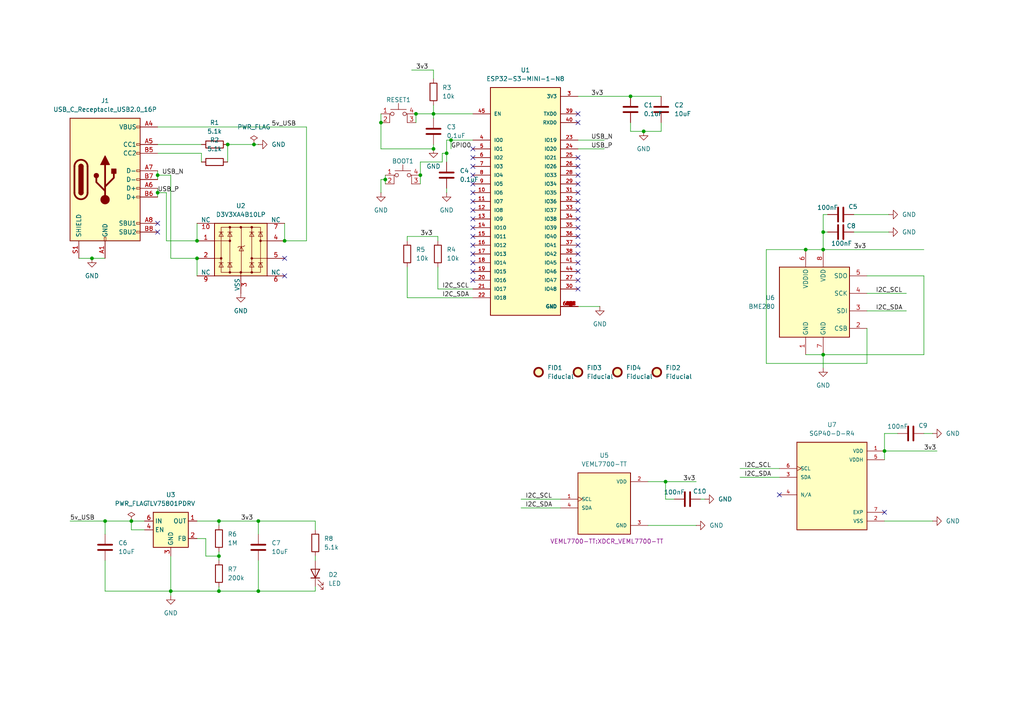
<source format=kicad_sch>
(kicad_sch (version 20250114) (generator "eeschema") (generator_version "9.0")
  (paper "A4")
  (lib_symbols
    (symbol "Connector:USB_C_Receptacle_USB2.0_16P" (pin_names (offset 1.016))
      (property "Reference" "J" (at 0 22.225 0))
      (property "Value" "USB_C_Receptacle_USB2.0_16P" (at 0 19.685 0))
      (symbol "USB_C_Receptacle_USB2.0_16P_0_0"
        (rectangle (start -0.254 -17.78) (end 0.254 -16.764))
        (rectangle (start 10.16 15.494) (end 9.144 14.986))
        (rectangle (start 10.16 10.414) (end 9.144 9.906))
        (rectangle (start 10.16 7.874) (end 9.144 7.366))
        (rectangle (start 10.16 2.794) (end 9.144 2.286))
        (rectangle (start 10.16 0.254) (end 9.144 -0.254))
        (rectangle (start 10.16 -2.286) (end 9.144 -2.794))
        (rectangle (start 10.16 -4.826) (end 9.144 -5.334))
        (rectangle (start 10.16 -12.446) (end 9.144 -12.954))
        (rectangle (start 10.16 -14.986) (end 9.144 -15.494))
      )
      (symbol "USB_C_Receptacle_USB2.0_16P_0_1"
        (rectangle (start -10.16 17.78) (end 10.16 -17.78) (stroke (width 0.254)) (fill (type background)))
        (polyline (pts (xy -8.89 -3.81) (xy -8.89 3.81)) (stroke (width 0.508)))
        (rectangle (start -7.62 -3.81) (end -6.35 3.81) (stroke (width 0.254)) (fill (type outline)))
        (arc (start -7.62 3.81) (mid -6.985 4.4423) (end -6.35 3.81) (stroke (width 0.254)))
        (arc (start -7.62 3.81) (mid -6.985 4.4423) (end -6.35 3.81) (stroke (width 0.254)) (fill (type outline)))
        (arc (start -8.89 3.81) (mid -6.985 5.7067) (end -5.08 3.81) (stroke (width 0.508)))
        (arc (start -5.08 -3.81) (mid -6.985 -5.7067) (end -8.89 -3.81) (stroke (width 0.508)))
        (arc (start -6.35 -3.81) (mid -6.985 -4.4423) (end -7.62 -3.81) (stroke (width 0.254)))
        (arc (start -6.35 -3.81) (mid -6.985 -4.4423) (end -7.62 -3.81) (stroke (width 0.254)) (fill (type outline)))
        (polyline (pts (xy -5.08 3.81) (xy -5.08 -3.81)) (stroke (width 0.508)))
        (circle (center -2.54 1.143) (radius 0.635) (stroke (width 0.254)) (fill (type outline)))
        (polyline (pts (xy -1.27 4.318) (xy 0 6.858) (xy 1.27 4.318) (xy -1.27 4.318)) (stroke (width 0.254)) (fill (type outline)))
        (polyline (pts (xy 0 -2.032) (xy 2.54 0.508) (xy 2.54 1.778)) (stroke (width 0.508)))
        (polyline (pts (xy 0 -3.302) (xy -2.54 -0.762) (xy -2.54 0.508)) (stroke (width 0.508)))
        (polyline (pts (xy 0 -5.842) (xy 0 4.318)) (stroke (width 0.508)))
        (circle (center 0 -5.842) (radius 1.27) (fill (type outline)))
        (rectangle (start 1.905 1.778) (end 3.175 3.048) (stroke (width 0.254)) (fill (type outline)))
      )
      (symbol "USB_C_Receptacle_USB2.0_16P_1_1"
        (pin passive line (at -7.62 -22.86 90) (length 5.08) (name "SHIELD") (number "S1"))
        (pin passive line (at 0 -22.86 90) (length 5.08) (name "GND") (number "A1"))
        (pin passive line (at 0 -22.86 90) (length 5.08) (hide yes) (name "GND") (number "A12"))
        (pin passive line (at 0 -22.86 90) (length 5.08) (hide yes) (name "GND") (number "B1"))
        (pin passive line (at 0 -22.86 90) (length 5.08) (hide yes) (name "GND") (number "B12"))
        (pin passive line (at 15.24 15.24 180) (length 5.08) (name "VBUS") (number "A4"))
        (pin passive line (at 15.24 15.24 180) (length 5.08) (hide yes) (name "VBUS") (number "A9"))
        (pin passive line (at 15.24 15.24 180) (length 5.08) (hide yes) (name "VBUS") (number "B4"))
        (pin passive line (at 15.24 15.24 180) (length 5.08) (hide yes) (name "VBUS") (number "B9"))
        (pin bidirectional line (at 15.24 10.16 180) (length 5.08) (name "CC1") (number "A5"))
        (pin bidirectional line (at 15.24 7.62 180) (length 5.08) (name "CC2") (number "B5"))
        (pin bidirectional line (at 15.24 2.54 180) (length 5.08) (name "D-") (number "A7"))
        (pin bidirectional line (at 15.24 0 180) (length 5.08) (name "D-") (number "B7"))
        (pin bidirectional line (at 15.24 -2.54 180) (length 5.08) (name "D+") (number "A6"))
        (pin bidirectional line (at 15.24 -5.08 180) (length 5.08) (name "D+") (number "B6"))
        (pin bidirectional line (at 15.24 -12.7 180) (length 5.08) (name "SBU1") (number "A8"))
        (pin bidirectional line (at 15.24 -15.24 180) (length 5.08) (name "SBU2") (number "B8"))
      )
    )
    (symbol "Device:C" (pin_numbers (hide yes)) (pin_names (offset 0.254))
      (property "Reference" "C" (at 0.635 2.54 0))
      (property "Value" "C" (at 0.635 -2.54 0))
      (symbol "C_0_1"
        (polyline (pts (xy -2.032 0.762) (xy 2.032 0.762)) (stroke (width 0.508)))
        (polyline (pts (xy -2.032 -0.762) (xy 2.032 -0.762)) (stroke (width 0.508)))
      )
      (symbol "C_1_1"
        (pin passive line (at 0 3.81 270) (length 2.794) (name "~") (number "1"))
        (pin passive line (at 0 -3.81 90) (length 2.794) (name "~") (number "2"))
      )
    )
    (symbol "Device:LED" (pin_numbers (hide yes)) (pin_names (offset 1.016) (hide yes))
      (property "Reference" "D" (at 0 2.54 0))
      (property "Value" "LED" (at 0 -2.54 0))
      (symbol "LED_0_1"
        (polyline (pts (xy -3.048 -0.762) (xy -4.572 -2.286) (xy -3.81 -2.286) (xy -4.572 -2.286) (xy -4.572 -1.524)))
        (polyline (pts (xy -1.778 -0.762) (xy -3.302 -2.286) (xy -2.54 -2.286) (xy -3.302 -2.286) (xy -3.302 -1.524)))
        (polyline (pts (xy -1.27 0) (xy 1.27 0)))
        (polyline (pts (xy -1.27 -1.27) (xy -1.27 1.27)) (stroke (width 0.254)))
        (polyline (pts (xy 1.27 -1.27) (xy 1.27 1.27) (xy -1.27 0) (xy 1.27 -1.27)) (stroke (width 0.254)))
      )
      (symbol "LED_1_1"
        (pin passive line (at -3.81 0 0) (length 2.54) (name "K") (number "1"))
        (pin passive line (at 3.81 0 180) (length 2.54) (name "A") (number "2"))
      )
    )
    (symbol "Device:R" (pin_numbers (hide yes)) (pin_names (offset 0))
      (property "Reference" "R" (at 2.032 0 90))
      (property "Value" "R" (at 0 0 90))
      (symbol "R_0_1"
        (rectangle (start -1.016 -2.54) (end 1.016 2.54) (stroke (width 0.254)))
      )
      (symbol "R_1_1"
        (pin passive line (at 0 3.81 270) (length 1.27) (name "~") (number "1"))
        (pin passive line (at 0 -3.81 90) (length 1.27) (name "~") (number "2"))
      )
    )
    (symbol "ESP32-S3-MINI-1-N8:ESP32-S3-MINI-1-N8" (pin_names (offset 1.016))
      (property "Reference" "U" (at -10.16 34.29 0))
      (property "Value" "ESP32-S3-MINI-1-N8" (at -10.16 -35.56 0))
      (symbol "ESP32-S3-MINI-1-N8_0_0"
        (rectangle (start -10.16 -33.02) (end 10.16 33.02) (stroke (width 0.254)) (fill (type background)))
        (pin input line (at -15.24 25.4 0) (length 5.08) (name "EN") (number "45"))
        (pin bidirectional line (at -15.24 17.78 0) (length 5.08) (name "IO0") (number "4"))
        (pin bidirectional line (at -15.24 15.24 0) (length 5.08) (name "IO1") (number "5"))
        (pin bidirectional line (at -15.24 12.7 0) (length 5.08) (name "IO2") (number "6"))
        (pin bidirectional line (at -15.24 10.16 0) (length 5.08) (name "IO3") (number "7"))
        (pin bidirectional line (at -15.24 7.62 0) (length 5.08) (name "IO4") (number "8"))
        (pin bidirectional line (at -15.24 5.08 0) (length 5.08) (name "IO5") (number "9"))
        (pin bidirectional line (at -15.24 2.54 0) (length 5.08) (name "IO6") (number "10"))
        (pin bidirectional line (at -15.24 0 0) (length 5.08) (name "IO7") (number "11"))
        (pin bidirectional line (at -15.24 -2.54 0) (length 5.08) (name "IO8") (number "12"))
        (pin bidirectional line (at -15.24 -5.08 0) (length 5.08) (name "IO9") (number "13"))
        (pin bidirectional line (at -15.24 -7.62 0) (length 5.08) (name "IO10") (number "14"))
        (pin bidirectional line (at -15.24 -10.16 0) (length 5.08) (name "IO11") (number "15"))
        (pin bidirectional line (at -15.24 -12.7 0) (length 5.08) (name "IO12") (number "16"))
        (pin bidirectional line (at -15.24 -15.24 0) (length 5.08) (name "IO13") (number "17"))
        (pin bidirectional line (at -15.24 -17.78 0) (length 5.08) (name "IO14") (number "18"))
        (pin bidirectional line (at -15.24 -20.32 0) (length 5.08) (name "IO15") (number "19"))
        (pin bidirectional line (at -15.24 -22.86 0) (length 5.08) (name "IO16") (number "20"))
        (pin bidirectional line (at -15.24 -25.4 0) (length 5.08) (name "IO17") (number "21"))
        (pin bidirectional line (at -15.24 -27.94 0) (length 5.08) (name "IO18") (number "22"))
        (pin power_in line (at 15.24 30.48 180) (length 5.08) (name "3V3") (number "3"))
        (pin bidirectional line (at 15.24 25.4 180) (length 5.08) (name "TXD0") (number "39"))
        (pin bidirectional line (at 15.24 22.86 180) (length 5.08) (name "RXD0") (number "40"))
        (pin bidirectional line (at 15.24 17.78 180) (length 5.08) (name "IO19") (number "23"))
        (pin bidirectional line (at 15.24 15.24 180) (length 5.08) (name "IO20") (number "24"))
        (pin bidirectional line (at 15.24 12.7 180) (length 5.08) (name "IO21") (number "25"))
        (pin bidirectional line (at 15.24 10.16 180) (length 5.08) (name "IO26") (number "26"))
        (pin bidirectional line (at 15.24 7.62 180) (length 5.08) (name "IO33") (number "28"))
        (pin bidirectional line (at 15.24 5.08 180) (length 5.08) (name "IO34") (number "29"))
        (pin bidirectional line (at 15.24 2.54 180) (length 5.08) (name "IO35") (number "31"))
        (pin bidirectional line (at 15.24 0 180) (length 5.08) (name "IO36") (number "32"))
        (pin bidirectional line (at 15.24 -2.54 180) (length 5.08) (name "IO37") (number "33"))
        (pin bidirectional line (at 15.24 -5.08 180) (length 5.08) (name "IO38") (number "34"))
        (pin bidirectional line (at 15.24 -7.62 180) (length 5.08) (name "IO39") (number "35"))
        (pin bidirectional line (at 15.24 -10.16 180) (length 5.08) (name "IO40") (number "36"))
        (pin bidirectional line (at 15.24 -12.7 180) (length 5.08) (name "IO41") (number "37"))
        (pin bidirectional line (at 15.24 -15.24 180) (length 5.08) (name "IO42") (number "38"))
        (pin bidirectional line (at 15.24 -17.78 180) (length 5.08) (name "IO45") (number "41"))
        (pin bidirectional line (at 15.24 -20.32 180) (length 5.08) (name "IO46") (number "44"))
        (pin bidirectional line (at 15.24 -22.86 180) (length 5.08) (name "IO47") (number "27"))
        (pin bidirectional line (at 15.24 -25.4 180) (length 5.08) (name "IO48") (number "30"))
        (pin power_in line (at 15.24 -30.48 180) (length 5.08) (name "GND") (number "1"))
        (pin power_in line (at 15.24 -30.48 180) (length 5.08) (name "GND") (number "2"))
        (pin power_in line (at 15.24 -30.48 180) (length 5.08) (name "GND") (number "42"))
        (pin power_in line (at 15.24 -30.48 180) (length 5.08) (name "GND") (number "43"))
        (pin power_in line (at 15.24 -30.48 180) (length 5.08) (name "GND") (number "46"))
        (pin power_in line (at 15.24 -30.48 180) (length 5.08) (name "GND") (number "47"))
        (pin power_in line (at 15.24 -30.48 180) (length 5.08) (name "GND") (number "48"))
        (pin power_in line (at 15.24 -30.48 180) (length 5.08) (name "GND") (number "49"))
        (pin power_in line (at 15.24 -30.48 180) (length 5.08) (name "GND") (number "50"))
        (pin power_in line (at 15.24 -30.48 180) (length 5.08) (name "GND") (number "51"))
        (pin power_in line (at 15.24 -30.48 180) (length 5.08) (name "GND") (number "52"))
        (pin power_in line (at 15.24 -30.48 180) (length 5.08) (name "GND") (number "53"))
        (pin power_in line (at 15.24 -30.48 180) (length 5.08) (name "GND") (number "54"))
        (pin power_in line (at 15.24 -30.48 180) (length 5.08) (name "GND") (number "55"))
        (pin power_in line (at 15.24 -30.48 180) (length 5.08) (name "GND") (number "56"))
        (pin power_in line (at 15.24 -30.48 180) (length 5.08) (name "GND") (number "57"))
        (pin power_in line (at 15.24 -30.48 180) (length 5.08) (name "GND") (number "58"))
        (pin power_in line (at 15.24 -30.48 180) (length 5.08) (name "GND") (number "59"))
        (pin power_in line (at 15.24 -30.48 180) (length 5.08) (name "GND") (number "60"))
        (pin power_in line (at 15.24 -30.48 180) (length 5.08) (name "GND") (number "61"))
        (pin power_in line (at 15.24 -30.48 180) (length 5.08) (name "GND") (number "61_1"))
        (pin power_in line (at 15.24 -30.48 180) (length 5.08) (name "GND") (number "61_2"))
        (pin power_in line (at 15.24 -30.48 180) (length 5.08) (name "GND") (number "61_3"))
        (pin power_in line (at 15.24 -30.48 180) (length 5.08) (name "GND") (number "61_4"))
        (pin power_in line (at 15.24 -30.48 180) (length 5.08) (name "GND") (number "61_5"))
        (pin power_in line (at 15.24 -30.48 180) (length 5.08) (name "GND") (number "61_6"))
        (pin power_in line (at 15.24 -30.48 180) (length 5.08) (name "GND") (number "61_7"))
        (pin power_in line (at 15.24 -30.48 180) (length 5.08) (name "GND") (number "61_8"))
        (pin power_in line (at 15.24 -30.48 180) (length 5.08) (name "GND") (number "62"))
        (pin power_in line (at 15.24 -30.48 180) (length 5.08) (name "GND") (number "63"))
        (pin power_in line (at 15.24 -30.48 180) (length 5.08) (name "GND") (number "64"))
        (pin power_in line (at 15.24 -30.48 180) (length 5.08) (name "GND") (number "65"))
      )
    )
    (symbol "Mechanical:Fiducial" (in_bom no)
      (property "Reference" "FID" (at 0 5.08 0))
      (property "Value" "Fiducial" (at 0 3.175 0))
      (symbol "Fiducial_0_1"
        (circle (center 0 0) (radius 1.27) (stroke (width 0.508)) (fill (type background)))
      )
    )
    (symbol "Power_Protection:D3V3XA4B10LP" (pin_names (offset 0))
      (property "Reference" "U" (at -0.635 8.89 0))
      (property "Value" "D3V3XA4B10LP" (at 8.89 -10.16 0))
      (symbol "D3V3XA4B10LP_0_0"
        (rectangle (start -5.715 6.477) (end 5.715 -6.604))
        (polyline (pts (xy -3.175 -6.604) (xy -3.175 6.477)))
        (polyline (pts (xy 0.127 6.477) (xy 0.127 -6.604)))
        (polyline (pts (xy 3.175 6.477) (xy 3.175 -6.604)))
      )
      (symbol "D3V3XA4B10LP_0_1"
        (polyline (pts (xy -7.747 2.54) (xy -3.175 2.54)))
        (rectangle (start -7.62 7.62) (end 7.62 -7.62) (stroke (width 0.254)) (fill (type background)))
        (polyline (pts (xy -7.62 -2.54) (xy -5.715 -2.54)))
        (circle (center -5.715 -2.54) (radius 0.2794) (fill (type outline)))
        (polyline (pts (xy -5.08 5.08) (xy -6.35 5.08)))
        (polyline (pts (xy -5.08 3.81) (xy -6.35 3.81) (xy -5.715 5.08) (xy -5.08 3.81)))
        (polyline (pts (xy -5.08 -3.81) (xy -6.35 -3.81)))
        (polyline (pts (xy -5.08 -5.08) (xy -6.35 -5.08) (xy -5.715 -3.81) (xy -5.08 -5.08)))
        (circle (center -3.175 6.477) (radius 0.2794) (fill (type outline)))
        (circle (center -3.175 2.54) (radius 0.2794) (fill (type outline)))
        (circle (center -3.175 -6.604) (radius 0.2794) (fill (type outline)))
        (polyline (pts (xy -2.54 5.08) (xy -3.81 5.08)))
        (polyline (pts (xy -2.54 3.81) (xy -3.81 3.81) (xy -3.175 5.08) (xy -2.54 3.81)))
        (polyline (pts (xy -2.54 -3.81) (xy -3.81 -3.81)))
        (polyline (pts (xy -2.54 -5.08) (xy -3.81 -5.08) (xy -3.175 -3.81) (xy -2.54 -5.08)))
        (polyline (pts (xy -0.508 0.889) (xy -0.889 0.635)))
        (circle (center 0 6.477) (radius 0.2794) (fill (type outline)))
        (polyline (pts (xy 0 -6.604) (xy 0 -7.62)))
        (circle (center 0 -6.604) (radius 0.2794) (fill (type outline)))
        (polyline (pts (xy 0.762 0.889) (xy -0.508 0.889)))
        (polyline (pts (xy 0.762 0.889) (xy 1.143 1.143)))
        (polyline (pts (xy 0.762 -0.381) (xy -0.508 -0.381) (xy 0.127 0.889) (xy 0.762 -0.381)))
        (circle (center 3.175 6.477) (radius 0.2794) (fill (type outline)))
        (circle (center 3.175 -2.54) (radius 0.2794) (fill (type outline)))
        (circle (center 3.175 -6.604) (radius 0.2794) (fill (type outline)))
        (polyline (pts (xy 3.81 5.08) (xy 2.54 5.08)))
        (polyline (pts (xy 3.81 3.81) (xy 2.54 3.81) (xy 3.175 5.08) (xy 3.81 3.81)))
        (polyline (pts (xy 3.81 -3.81) (xy 2.54 -3.81)))
        (polyline (pts (xy 3.81 -5.08) (xy 2.54 -5.08) (xy 3.175 -3.81) (xy 3.81 -5.08)))
        (circle (center 5.715 2.54) (radius 0.2794) (fill (type outline)))
        (polyline (pts (xy 6.35 5.08) (xy 5.08 5.08)))
        (polyline (pts (xy 6.35 3.81) (xy 5.08 3.81) (xy 5.715 5.08) (xy 6.35 3.81)))
        (polyline (pts (xy 6.35 -3.81) (xy 5.08 -3.81)))
        (polyline (pts (xy 6.35 -5.08) (xy 5.08 -5.08) (xy 5.715 -3.81) (xy 6.35 -5.08)))
        (polyline (pts (xy 7.62 2.54) (xy 5.715 2.54)))
        (polyline (pts (xy 7.62 -2.54) (xy 3.175 -2.54)))
      )
      (symbol "D3V3XA4B10LP_1_1"
        (pin free line (at -12.7 7.62 0) (length 5.08) (name "NC") (number "10"))
        (pin passive line (at -12.7 2.54 0) (length 5.08) (name "~") (number "1"))
        (pin passive line (at -12.7 -2.54 0) (length 5.08) (name "~") (number "2"))
        (pin free line (at -12.7 -7.62 0) (length 5.08) (name "NC") (number "9"))
        (pin power_in line (at 0 -12.7 90) (length 5.08) (name "VSS") (number "3"))
        (pin passive line (at 0 -12.7 90) (length 5.08) (hide yes) (name "VSS") (number "8"))
        (pin free line (at 12.7 7.62 180) (length 5.08) (name "NC") (number "7"))
        (pin passive line (at 12.7 2.54 180) (length 5.08) (name "~") (number "4"))
        (pin passive line (at 12.7 -2.54 180) (length 5.08) (name "~") (number "5"))
        (pin free line (at 12.7 -7.62 180) (length 5.08) (name "NC") (number "6"))
      )
    )
    (symbol "Regulator_Linear:TLV75801PDRV"
      (property "Reference" "U" (at -3.81 6.35 0))
      (property "Value" "TLV75801PDRV" (at 0 6.35 0))
      (symbol "TLV75801PDRV_0_1"
        (rectangle (start 5.08 -5.08) (end -5.08 5.08) (stroke (width 0.254)) (fill (type background)))
      )
      (symbol "TLV75801PDRV_1_1"
        (pin power_in line (at -7.62 2.54 0) (length 2.54) (name "IN") (number "6"))
        (pin input line (at -7.62 0 0) (length 2.54) (name "EN") (number "4"))
        (pin power_in line (at 0 -7.62 90) (length 2.54) (name "GND") (number "3"))
        (pin passive line (at 0 -7.62 90) (length 2.54) (hide yes) (name "GND") (number "7"))
        (pin no_connect line (at 5.08 0 180) (length 2.54) (hide yes) (name "DNC") (number "5"))
        (pin power_out line (at 7.62 2.54 180) (length 2.54) (name "OUT") (number "1"))
        (pin input line (at 7.62 -2.54 180) (length 2.54) (name "FB") (number "2"))
      )
    )
    (symbol "SGP40-D-R4:SGP40-D-R4" (pin_names (offset 1.016))
      (property "Reference" "U" (at -10.16 13.462 0))
      (property "Value" "SGP40-D-R4" (at -10.16 -15.24 0))
      (symbol "SGP40-D-R4_0_0"
        (rectangle (start -10.16 -12.7) (end 10.16 12.7) (stroke (width 0.254)) (fill (type background)))
        (pin bidirectional clock (at -15.24 5.08 0) (length 5.08) (name "SCL") (number "6"))
        (pin bidirectional line (at -15.24 2.54 0) (length 5.08) (name "SDA") (number "3"))
        (pin passive line (at -15.24 -2.54 0) (length 5.08) (name "N/A") (number "4"))
        (pin power_in line (at 15.24 10.16 180) (length 5.08) (name "VDD") (number "1"))
        (pin power_in line (at 15.24 7.62 180) (length 5.08) (name "VDDH") (number "5"))
        (pin power_in line (at 15.24 -7.62 180) (length 5.08) (name "EXP") (number "7"))
        (pin power_in line (at 15.24 -10.16 180) (length 5.08) (name "VSS") (number "2"))
      )
    )
    (symbol "Sensor:BME280"
      (property "Reference" "U" (at -8.89 11.43 0))
      (property "Value" "BME280" (at 7.62 11.43 0))
      (symbol "BME280_0_1"
        (rectangle (start -10.16 10.16) (end 10.16 -10.16) (stroke (width 0.254)) (fill (type background)))
      )
      (symbol "BME280_1_1"
        (pin power_in line (at -2.54 15.24 270) (length 5.08) (name "VDDIO") (number "6"))
        (pin power_in line (at -2.54 -15.24 90) (length 5.08) (name "GND") (number "1"))
        (pin power_in line (at 2.54 15.24 270) (length 5.08) (name "VDD") (number "8"))
        (pin power_in line (at 2.54 -15.24 90) (length 5.08) (name "GND") (number "7"))
        (pin bidirectional line (at 15.24 7.62 180) (length 5.08) (name "SDO") (number "5"))
        (pin input line (at 15.24 2.54 180) (length 5.08) (name "SCK") (number "4"))
        (pin bidirectional line (at 15.24 -2.54 180) (length 5.08) (name "SDI") (number "3"))
        (pin input line (at 15.24 -7.62 180) (length 5.08) (name "CSB") (number "2"))
      )
    )
    (symbol "Switch:SW_MEC_5E" (pin_names (offset 1.016) (hide yes))
      (property "Reference" "SW" (at 0.635 5.715 0))
      (property "Value" "SW_MEC_5E" (at 0 -3.175 0))
      (symbol "SW_MEC_5E_0_1"
        (polyline (pts (xy -2.54 0) (xy -2.54 2.54) (xy -2.286 2.54)))
        (polyline (pts (xy -2.286 3.81) (xy 2.286 3.81)))
        (circle (center -1.778 2.54) (radius 0.508))
        (polyline (pts (xy 0 3.81) (xy 0 5.588)))
        (circle (center 1.778 2.54) (radius 0.508))
        (polyline (pts (xy 2.54 0) (xy 2.54 2.54) (xy 2.286 2.54)))
        (pin passive line (at -5.08 2.54 0) (length 2.54) (name "1") (number "1"))
        (pin passive line (at -5.08 0 0) (length 2.54) (name "2") (number "2"))
        (pin passive line (at 5.08 2.54 180) (length 2.54) (name "A") (number "4"))
        (pin passive line (at 5.08 0 180) (length 2.54) (name "K") (number "3"))
      )
    )
    (symbol "VEML7700-TT:VEML7700-TT" (pin_names (offset 1.016))
      (property "Reference" "U" (at -7.62 10.795 0))
      (property "Value" "VEML7700-TT" (at -7.62 -10.16 0))
      (symbol "VEML7700-TT_0_0"
        (rectangle (start -7.62 -7.62) (end 7.62 10.16) (stroke (width 0.254)) (fill (type background)))
        (pin input clock (at -12.7 2.54 0) (length 5.08) (name "SCL") (number "1"))
        (pin bidirectional line (at -12.7 0 0) (length 5.08) (name "SDA") (number "4"))
        (pin power_in line (at 12.7 7.62 180) (length 5.08) (name "VDD") (number "2"))
        (pin power_in line (at 12.7 -5.08 180) (length 5.08) (name "GND") (number "3"))
      )
    )
    (symbol "power:GND" (power) (pin_numbers (hide yes)) (pin_names (offset 0) (hide yes))
      (property "Value" "GND" (at 0 -3.81 0))
      (symbol "GND_0_1"
        (polyline (pts (xy 0 0) (xy 0 -1.27) (xy 1.27 -1.27) (xy 0 -2.54) (xy -1.27 -1.27) (xy 0 -1.27)))
      )
      (symbol "GND_1_1"
        (pin power_in line (at 0 0 270) (length 0) (name "~") (number "1"))
      )
    )
    (symbol "power:PWR_FLAG" (power) (pin_numbers (hide yes)) (pin_names (offset 0) (hide yes))
      (property "Value" "PWR_FLAG" (at 0 3.81 0))
      (symbol "PWR_FLAG_0_0"
        (pin power_out line (at 0 0 90) (length 0) (name "~") (number "1"))
      )
      (symbol "PWR_FLAG_0_1"
        (polyline (pts (xy 0 0) (xy 0 1.27) (xy -1.016 1.905) (xy 0 2.54) (xy 1.016 1.905) (xy 0 1.27)))
      )
    )
  )
  (junction (at 193.04 139.7))
  (junction (at 129.54 44.45))
  (junction (at 57.15 74.93))
  (junction (at 120.65 33.02))
  (junction (at 110.49 35.56))
  (junction (at 73.66 41.91))
  (junction (at 30.48 151.13))
  (junction (at 256.54 130.81))
  (junction (at 38.1 151.13))
  (junction (at 238.76 67.31))
  (junction (at 26.67 74.93))
  (junction (at 233.68 72.39))
  (junction (at 238.76 102.87))
  (junction (at 125.73 43.18))
  (junction (at 45.72 55.88))
  (junction (at 66.04 41.91))
  (junction (at 57.15 69.85))
  (junction (at 186.69 38.1))
  (junction (at 63.5 151.13))
  (junction (at 74.93 171.45))
  (junction (at 111.76 52.07))
  (junction (at 49.53 171.45))
  (junction (at 63.5 171.45))
  (junction (at 238.76 72.39))
  (junction (at 82.55 69.85))
  (junction (at 45.72 50.8))
  (junction (at 74.93 151.13))
  (junction (at 182.88 27.94))
  (junction (at 125.73 33.02))
  (junction (at 63.5 161.29))
  (junction (at 130.81 40.64))
  (junction (at 121.92 50.8))
  (no_connect (at 137.16 55.88))
  (no_connect (at 45.72 64.77))
  (no_connect (at 137.16 71.12))
  (no_connect (at 167.64 48.26))
  (no_connect (at 167.64 81.28))
  (no_connect (at 167.64 68.58))
  (no_connect (at 137.16 66.04))
  (no_connect (at 137.16 73.66))
  (no_connect (at 137.16 45.72))
  (no_connect (at 167.64 63.5))
  (no_connect (at 137.16 60.96))
  (no_connect (at 167.64 78.74))
  (no_connect (at 137.16 78.74))
  (no_connect (at 137.16 50.8))
  (no_connect (at 167.64 83.82))
  (no_connect (at 167.64 60.96))
  (no_connect (at 82.55 74.93))
  (no_connect (at 167.64 55.88))
  (no_connect (at 167.64 53.34))
  (no_connect (at 82.55 80.01))
  (no_connect (at 167.64 35.56))
  (no_connect (at 167.64 76.2))
  (no_connect (at 137.16 48.26))
  (no_connect (at 137.16 68.58))
  (no_connect (at 167.64 50.8))
  (no_connect (at 167.64 58.42))
  (no_connect (at 167.64 71.12))
  (no_connect (at 137.16 81.28))
  (no_connect (at 137.16 58.42))
  (no_connect (at 167.64 66.04))
  (no_connect (at 137.16 53.34))
  (no_connect (at 167.64 73.66))
  (no_connect (at 137.16 76.2))
  (no_connect (at 137.16 43.18))
  (no_connect (at 256.54 148.59))
  (no_connect (at 167.64 33.02))
  (no_connect (at 137.16 63.5))
  (no_connect (at 45.72 67.31))
  (no_connect (at 226.06 143.51))
  (no_connect (at 167.64 45.72))
  (wire (pts (xy 91.44 171.45) (xy 74.93 171.45)))
  (wire (pts (xy 66.04 41.91) (xy 73.66 41.91)))
  (wire (pts (xy 182.88 27.94) (xy 191.77 27.94)))
  (wire (pts (xy 127 69.85) (xy 127 68.58)))
  (wire (pts (xy 167.64 88.9) (xy 173.99 88.9)))
  (wire (pts (xy 151.13 147.32) (xy 162.56 147.32)))
  (wire (pts (xy 118.11 68.58) (xy 118.11 69.85)))
  (wire (pts (xy 57.15 156.21) (xy 59.69 156.21)))
  (wire (pts (xy 251.46 90.17) (xy 262.89 90.17)))
  (wire (pts (xy 167.64 27.94) (xy 182.88 27.94)))
  (wire (pts (xy 58.42 46.99) (xy 58.42 44.45)))
  (wire (pts (xy 41.91 153.67) (xy 38.1 153.67)))
  (wire (pts (xy 238.76 62.23) (xy 240.03 62.23)))
  (wire (pts (xy 63.5 161.29) (xy 63.5 162.56)))
  (wire (pts (xy 238.76 106.68) (xy 238.76 102.87)))
  (wire (pts (xy 251.46 95.25) (xy 251.46 105.41)))
  (wire (pts (xy 30.48 151.13) (xy 38.1 151.13)))
  (wire (pts (xy 128.27 44.45) (xy 129.54 44.45)))
  (wire (pts (xy 251.46 105.41) (xy 222.25 105.41)))
  (wire (pts (xy 121.92 50.8) (xy 121.92 46.99)))
  (wire (pts (xy 20.32 151.13) (xy 30.48 151.13)))
  (wire (pts (xy 130.81 40.64) (xy 129.54 40.64)))
  (wire (pts (xy 137.16 40.64) (xy 130.81 40.64)))
  (wire (pts (xy 267.97 102.87) (xy 238.76 102.87)))
  (wire (pts (xy 125.73 33.02) (xy 125.73 34.29)))
  (wire (pts (xy 110.49 35.56) (xy 110.49 43.18)))
  (wire (pts (xy 59.69 161.29) (xy 59.69 156.21)))
  (wire (pts (xy 30.48 151.13) (xy 30.48 154.94)))
  (wire (pts (xy 214.63 138.43) (xy 226.06 138.43)))
  (wire (pts (xy 191.77 35.56) (xy 191.77 38.1)))
  (wire (pts (xy 74.93 151.13) (xy 74.93 154.94)))
  (wire (pts (xy 214.63 135.89) (xy 226.06 135.89)))
  (wire (pts (xy 49.53 50.8) (xy 45.72 50.8)))
  (wire (pts (xy 48.26 55.88) (xy 45.72 55.88)))
  (wire (pts (xy 129.54 40.64) (xy 129.54 44.45)))
  (wire (pts (xy 238.76 72.39) (xy 267.97 72.39)))
  (wire (pts (xy 125.73 22.86) (xy 125.73 20.32)))
  (wire (pts (xy 49.53 161.29) (xy 49.53 171.45)))
  (wire (pts (xy 63.5 171.45) (xy 49.53 171.45)))
  (wire (pts (xy 82.55 64.77) (xy 82.55 69.85)))
  (wire (pts (xy 127 68.58) (xy 118.11 68.58)))
  (wire (pts (xy 267.97 80.01) (xy 267.97 102.87)))
  (wire (pts (xy 127 83.82) (xy 137.16 83.82)))
  (wire (pts (xy 222.25 72.39) (xy 233.68 72.39)))
  (wire (pts (xy 30.48 171.45) (xy 30.48 162.56)))
  (wire (pts (xy 120.65 33.02) (xy 125.73 33.02)))
  (wire (pts (xy 256.54 130.81) (xy 256.54 133.35)))
  (wire (pts (xy 119.38 20.32) (xy 125.73 20.32)))
  (wire (pts (xy 63.5 160.02) (xy 63.5 161.29)))
  (wire (pts (xy 167.64 40.64) (xy 175.26 40.64)))
  (wire (pts (xy 49.53 171.45) (xy 30.48 171.45)))
  (wire (pts (xy 256.54 125.73) (xy 260.35 125.73)))
  (wire (pts (xy 57.15 151.13) (xy 63.5 151.13)))
  (wire (pts (xy 182.88 35.56) (xy 182.88 38.1)))
  (wire (pts (xy 121.92 46.99) (xy 128.27 46.99)))
  (wire (pts (xy 74.93 162.56) (xy 74.93 171.45)))
  (wire (pts (xy 22.86 74.93) (xy 26.67 74.93)))
  (wire (pts (xy 191.77 38.1) (xy 186.69 38.1)))
  (wire (pts (xy 129.54 54.61) (xy 129.54 55.88)))
  (wire (pts (xy 120.65 33.02) (xy 120.65 35.56)))
  (wire (pts (xy 49.53 74.93) (xy 49.53 50.8)))
  (wire (pts (xy 63.5 151.13) (xy 74.93 151.13)))
  (wire (pts (xy 125.73 41.91) (xy 125.73 43.18)))
  (wire (pts (xy 111.76 52.07) (xy 111.76 53.34)))
  (wire (pts (xy 251.46 80.01) (xy 267.97 80.01)))
  (wire (pts (xy 256.54 130.81) (xy 256.54 125.73)))
  (wire (pts (xy 167.64 43.18) (xy 175.26 43.18)))
  (wire (pts (xy 125.73 30.48) (xy 125.73 33.02)))
  (wire (pts (xy 63.5 161.29) (xy 59.69 161.29)))
  (wire (pts (xy 57.15 74.93) (xy 49.53 74.93)))
  (wire (pts (xy 203.2 144.78) (xy 204.47 144.78)))
  (wire (pts (xy 57.15 74.93) (xy 57.15 80.01)))
  (wire (pts (xy 63.5 151.13) (xy 63.5 152.4)))
  (wire (pts (xy 238.76 67.31) (xy 238.76 62.23)))
  (wire (pts (xy 238.76 72.39) (xy 238.76 67.31)))
  (wire (pts (xy 193.04 139.7) (xy 193.04 144.78)))
  (wire (pts (xy 91.44 151.13) (xy 74.93 151.13)))
  (wire (pts (xy 45.72 41.91) (xy 58.42 41.91)))
  (wire (pts (xy 125.73 43.18) (xy 110.49 43.18)))
  (wire (pts (xy 129.54 44.45) (xy 129.54 46.99)))
  (wire (pts (xy 267.97 125.73) (xy 270.51 125.73)))
  (wire (pts (xy 66.04 41.91) (xy 66.04 46.99)))
  (wire (pts (xy 193.04 144.78) (xy 195.58 144.78)))
  (wire (pts (xy 128.27 46.99) (xy 128.27 44.45)))
  (wire (pts (xy 26.67 74.93) (xy 30.48 74.93)))
  (wire (pts (xy 111.76 52.07) (xy 110.49 52.07)))
  (wire (pts (xy 57.15 69.85) (xy 48.26 69.85)))
  (wire (pts (xy 111.76 50.8) (xy 111.76 52.07)))
  (wire (pts (xy 45.72 54.61) (xy 45.72 55.88)))
  (wire (pts (xy 256.54 151.13) (xy 270.51 151.13)))
  (wire (pts (xy 247.65 67.31) (xy 257.81 67.31)))
  (wire (pts (xy 110.49 33.02) (xy 110.49 35.56)))
  (wire (pts (xy 118.11 86.36) (xy 137.16 86.36)))
  (wire (pts (xy 233.68 72.39) (xy 238.76 72.39)))
  (wire (pts (xy 233.68 102.87) (xy 238.76 102.87)))
  (wire (pts (xy 238.76 67.31) (xy 240.03 67.31)))
  (wire (pts (xy 91.44 170.18) (xy 91.44 171.45)))
  (wire (pts (xy 57.15 64.77) (xy 57.15 69.85)))
  (wire (pts (xy 187.96 139.7) (xy 193.04 139.7)))
  (wire (pts (xy 127 77.47) (xy 127 83.82)))
  (wire (pts (xy 130.81 40.64) (xy 130.81 43.18)))
  (wire (pts (xy 91.44 153.67) (xy 91.44 151.13)))
  (wire (pts (xy 137.16 33.02) (xy 125.73 33.02)))
  (wire (pts (xy 45.72 49.53) (xy 45.72 50.8)))
  (wire (pts (xy 247.65 62.23) (xy 257.81 62.23)))
  (wire (pts (xy 74.93 171.45) (xy 63.5 171.45)))
  (wire (pts (xy 91.44 161.29) (xy 91.44 162.56)))
  (wire (pts (xy 38.1 151.13) (xy 41.91 151.13)))
  (wire (pts (xy 256.54 130.81) (xy 271.78 130.81)))
  (wire (pts (xy 73.66 41.91) (xy 74.93 41.91)))
  (wire (pts (xy 88.9 69.85) (xy 88.9 36.83)))
  (wire (pts (xy 82.55 69.85) (xy 88.9 69.85)))
  (wire (pts (xy 45.72 55.88) (xy 45.72 57.15)))
  (wire (pts (xy 58.42 44.45) (xy 45.72 44.45)))
  (wire (pts (xy 187.96 152.4) (xy 201.93 152.4)))
  (wire (pts (xy 48.26 69.85) (xy 48.26 55.88)))
  (wire (pts (xy 88.9 36.83) (xy 45.72 36.83)))
  (wire (pts (xy 193.04 139.7) (xy 201.93 139.7)))
  (wire (pts (xy 63.5 170.18) (xy 63.5 171.45)))
  (wire (pts (xy 251.46 85.09) (xy 262.89 85.09)))
  (wire (pts (xy 38.1 153.67) (xy 38.1 151.13)))
  (wire (pts (xy 110.49 52.07) (xy 110.49 55.88)))
  (wire (pts (xy 182.88 38.1) (xy 186.69 38.1)))
  (wire (pts (xy 222.25 105.41) (xy 222.25 72.39)))
  (wire (pts (xy 45.72 50.8) (xy 45.72 52.07)))
  (wire (pts (xy 151.13 144.78) (xy 162.56 144.78)))
  (wire (pts (xy 121.92 50.8) (xy 121.92 53.34)))
  (wire (pts (xy 118.11 77.47) (xy 118.11 86.36)))
  (wire (pts (xy 49.53 171.45) (xy 49.53 172.72)))
  (label "I2C_SDA" (at 254 90.17 0))
  (label "I2C_SCL" (at 215.9 135.89 0))
  (label "3v3" (at 171.45 27.94 0))
  (label "USB_N" (at 171.45 40.64 0))
  (label "I2C_SDA" (at 215.9 138.43 0))
  (label "USB_P" (at 171.45 43.18 0))
  (label "5v_USB" (at 78.74 36.83 0))
  (label "3v3" (at 69.85 151.13 0))
  (label "3v3" (at 121.92 68.58 0))
  (label "3v3" (at 247.65 72.39 0))
  (label "GPIO0" (at 130.81 43.18 0))
  (label "USB_N" (at 46.99 50.8 0))
  (label "I2C_SCL" (at 152.4 144.78 0))
  (label "I2C_SDA" (at 152.4 147.32 0))
  (label "I2C_SDA" (at 128.27 86.36 0))
  (label "I2C_SCL" (at 254 85.09 0))
  (label "3v3" (at 198.12 139.7 0))
  (label "I2C_SCL" (at 128.27 83.82 0))
  (label "3v3" (at 120.65 20.32 0))
  (label "3v3" (at 267.97 130.81 0))
  (label "5v_USB" (at 20.32 151.13 0))
  (label "USB_P" (at 45.72 55.88 0))
  (symbol (lib_id "power:GND") (at 49.53 172.72 0) (unit 1)
    (property "Reference" "#PWR09" (effects (hide yes)))
    (property "Value" "GND" (at 49.53 177.8 0))
    (property "Description" "Power symbol creates a global label with name \"GND\" , ground" (effects (hide yes)))
  )
  (symbol (lib_id "Device:R") (at 91.44 157.48 180) (unit 1)
    (property "Reference" "R8" (at 93.98 156.2099 0) (effects (justify right)))
    (property "Value" "5.1k" (at 93.98 158.7499 0) (effects (justify right)))
    (property "Footprint" "Resistor_SMD:R_0603_1608Metric" (effects (hide yes)))
    (property "Description" "Resistor" (effects (hide yes)))
  )
  (symbol (lib_id "power:GND") (at 257.81 67.31 90) (unit 1)
    (property "Reference" "#PWR012" (effects (hide yes)))
    (property "Value" "GND" (at 261.62 67.3099 90) (effects (justify right)))
    (property "Description" "Power symbol creates a global label with name \"GND\" , ground" (effects (hide yes)))
  )
  (symbol (lib_id "power:GND") (at 74.93 41.91 90) (unit 1)
    (property "Reference" "#PWR01" (effects (hide yes)))
    (property "Value" "GND" (at 78.74 41.9099 90) (effects (justify right)))
    (property "Description" "Power symbol creates a global label with name \"GND\" , ground" (effects (hide yes)))
  )
  (symbol (lib_id "Device:C") (at 264.16 125.73 90) (unit 1)
    (property "Reference" "C9" (at 267.716 123.444 90))
    (property "Value" "100nF" (at 260.35 123.698 90))
    (property "Footprint" "Capacitor_SMD:C_0603_1608Metric" (effects (hide yes)))
    (property "Description" "Unpolarized capacitor" (effects (hide yes)))
  )
  (symbol (lib_id "power:PWR_FLAG") (at 73.66 41.91 0) (unit 1)
    (property "Reference" "#FLG02" (effects (hide yes)))
    (property "Value" "PWR_FLAG" (at 73.66 36.83 0))
    (property "Description" "Special symbol for telling ERC where power comes from" (effects (hide yes)))
  )
  (symbol (lib_id "Device:C") (at 129.54 50.8 0) (unit 1)
    (property "Reference" "C4" (at 133.35 49.5299 0) (effects (justify left)))
    (property "Value" "0.1uF" (at 133.35 52.0699 0) (effects (justify left)))
    (property "Footprint" "Capacitor_SMD:C_0603_1608Metric" (effects (hide yes)))
    (property "Description" "Unpolarized capacitor" (effects (hide yes)))
  )
  (symbol (lib_id "power:GND") (at 26.67 74.93 0) (unit 1)
    (property "Reference" "#PWR02" (effects (hide yes)))
    (property "Value" "GND" (at 26.67 80.01 0))
    (property "Description" "Power symbol creates a global label with name \"GND\" , ground" (effects (hide yes)))
  )
  (symbol (lib_id "power:GND") (at 186.69 38.1 0) (unit 1)
    (property "Reference" "#PWR04" (effects (hide yes)))
    (property "Value" "GND" (at 186.69 43.18 0))
    (property "Description" "Power symbol creates a global label with name \"GND\" , ground" (effects (hide yes)))
  )
  (symbol (lib_id "power:GND") (at 238.76 106.68 0) (unit 1)
    (property "Reference" "#PWR0101" (effects (hide yes)))
    (property "Value" "GND" (at 238.76 111.76 0))
    (property "Description" "Power symbol creates a global label with name \"GND\" , ground" (effects (hide yes)))
  )
  (symbol (lib_id "Switch:SW_MEC_5E") (at 116.84 53.34 0) (unit 1)
    (property "Reference" "BOOT1" (at 116.84 46.736 0))
    (property "Value" "SW_MEC_5E" (effects (hide yes)))
    (property "Footprint" "Button_Switch_SMD:SW_SPST_PTS810" (effects (hide yes)))
    (property "Datasheet" "http://www.apem.com/int/index.php?controller=attachment&id_attachment=1371" (effects (hide yes)))
    (property "Description" "MEC 5E single pole normally-open tactile switch" (effects (hide yes)))
  )
  (symbol (lib_id "Device:LED") (at 91.44 166.37 90) (unit 1)
    (property "Reference" "D2" (at 95.25 166.6874 90) (effects (justify right)))
    (property "Value" "LED" (at 95.25 169.2274 90) (effects (justify right)))
    (property "Footprint" "LED_SMD:LED_0603_1608Metric" (effects (hide yes)))
    (property "Description" "Light emitting diode" (effects (hide yes)))
    (property "Sim.Pins" "1=K 2=A" (effects (hide yes)))
  )
  (symbol (lib_id "Sensor:BME280") (at 236.22 87.63 0) (unit 1)
    (property "Reference" "U6" (at 224.79 86.3599 0) (effects (justify right)))
    (property "Value" "BME280" (at 224.79 88.8999 0) (effects (justify right)))
    (property "Footprint" "Package_LGA:Bosch_LGA-8_2.5x2.5mm_P0.65mm_ClockwisePinNumbering" (effects (hide yes)))
    (property "Datasheet" "https://www.bosch-sensortec.com/media/boschsensortec/downloads/datasheets/bst-bme280-ds002.pdf" (effects (hide yes)))
    (property "Description" "3-in-1 sensor, humidity, pressure, temperature, I2C and SPI interface, 1.71-3.6V, LGA-8" (effects (hide yes)))
  )
  (symbol (lib_id "Regulator_Linear:TLV75801PDRV") (at 49.53 153.67 0) (unit 1)
    (property "Reference" "U3" (at 49.53 143.51 0))
    (property "Value" "TLV75801PDRV" (at 49.53 146.05 0))
    (property "Footprint" "Package_SON:WSON-6-1EP_2x2mm_P0.65mm_EP1x1.6mm" (effects (hide yes)))
    (property "Datasheet" "https://www.ti.com/lit/ds/symlink/tlv758p.pdf" (effects (hide yes)))
    (property "Description" "500mA Low-Dropout Linear Regulator, Adjustable Output, WSON-6" (effects (hide yes)))
  )
  (symbol (lib_id "power:PWR_FLAG") (at 38.1 151.13 0) (unit 1)
    (property "Reference" "#FLG01" (effects (hide yes)))
    (property "Value" "PWR_FLAG" (at 38.1 146.05 0))
    (property "Description" "Special symbol for telling ERC where power comes from" (effects (hide yes)))
  )
  (symbol (lib_id "power:GND") (at 173.99 88.9 0) (unit 1)
    (property "Reference" "#PWR06" (effects (hide yes)))
    (property "Value" "GND" (at 173.99 93.98 0))
    (property "Description" "Power symbol creates a global label with name \"GND\" , ground" (effects (hide yes)))
  )
  (symbol (lib_id "Connector:USB_C_Receptacle_USB2.0_16P") (at 30.48 52.07 0) (unit 1)
    (property "Reference" "J1" (at 30.48 29.21 0))
    (property "Value" "USB_C_Receptacle_USB2.0_16P" (at 30.48 31.75 0))
    (property "Footprint" "Connector_USB:USB_C_Receptacle_GCT_USB4105-xx-A_16P_TopMnt_Horizontal" (effects (hide yes)))
    (property "Datasheet" "https://www.usb.org/sites/default/files/documents/usb_type-c.zip" (effects (hide yes)))
    (property "Description" "USB 2.0-only 16P Type-C Receptacle connector" (effects (hide yes)))
  )
  (symbol (lib_id "Device:R") (at 62.23 46.99 90) (unit 1)
    (property "Reference" "R2" (at 62.23 40.64 90))
    (property "Value" "5.1k" (at 62.23 43.18 90))
    (property "Footprint" "Resistor_SMD:R_0603_1608Metric" (effects (hide yes)))
    (property "Description" "Resistor" (effects (hide yes)))
  )
  (symbol (lib_id "Device:R") (at 127 73.66 180) (unit 1)
    (property "Reference" "R4" (at 129.54 72.3899 0) (effects (justify right)))
    (property "Value" "10k" (at 129.54 74.9299 0) (effects (justify right)))
    (property "Footprint" "Resistor_SMD:R_0603_1608Metric" (effects (hide yes)))
    (property "Description" "Resistor" (effects (hide yes)))
  )
  (symbol (lib_id "power:GND") (at 204.47 144.78 90) (unit 1)
    (property "Reference" "#PWR017" (effects (hide yes)))
    (property "Value" "GND" (at 208.28 144.7799 90) (effects (justify right)))
    (property "Description" "Power symbol creates a global label with name \"GND\" , ground" (effects (hide yes)))
  )
  (symbol (lib_id "power:GND") (at 69.85 85.09 0) (unit 1)
    (property "Reference" "#PWR03" (effects (hide yes)))
    (property "Value" "GND" (at 69.85 90.17 0))
    (property "Description" "Power symbol creates a global label with name \"GND\" , ground" (effects (hide yes)))
  )
  (symbol (lib_id "power:GND") (at 270.51 125.73 90) (unit 1)
    (property "Reference" "#PWR016" (effects (hide yes)))
    (property "Value" "GND" (at 274.32 125.7299 90) (effects (justify right)))
    (property "Description" "Power symbol creates a global label with name \"GND\" , ground" (effects (hide yes)))
  )
  (symbol (lib_id "power:GND") (at 257.81 62.23 90) (unit 1)
    (property "Reference" "#PWR013" (effects (hide yes)))
    (property "Value" "GND" (at 261.62 62.2299 90) (effects (justify right)))
    (property "Description" "Power symbol creates a global label with name \"GND\" , ground" (effects (hide yes)))
  )
  (symbol (lib_id "Mechanical:Fiducial") (at 179.07 107.95 0) (unit 1) (in_bom no)
    (property "Reference" "FID4" (at 181.61 106.6799 0) (effects (justify left)))
    (property "Value" "Fiducial" (at 181.61 109.2199 0) (effects (justify left)))
    (property "Footprint" "Fiducial:Fiducial_1mm_Mask2mm" (effects (hide yes)))
    (property "Description" "Fiducial Marker" (effects (hide yes)))
  )
  (symbol (lib_id "Mechanical:Fiducial") (at 190.5 107.95 0) (unit 1) (in_bom no)
    (property "Reference" "FID2" (at 193.04 106.6799 0) (effects (justify left)))
    (property "Value" "Fiducial" (at 193.04 109.2199 0) (effects (justify left)))
    (property "Footprint" "Fiducial:Fiducial_1mm_Mask2mm" (effects (hide yes)))
    (property "Description" "Fiducial Marker" (effects (hide yes)))
  )
  (symbol (lib_id "Device:R") (at 63.5 166.37 180) (unit 1)
    (property "Reference" "R7" (at 66.04 165.0999 0) (effects (justify right)))
    (property "Value" "200k" (at 66.04 167.6399 0) (effects (justify right)))
    (property "Footprint" "Resistor_SMD:R_0603_1608Metric" (effects (hide yes)))
    (property "Description" "Resistor" (effects (hide yes)))
  )
  (symbol (lib_id "Device:R") (at 118.11 73.66 180) (unit 1)
    (property "Reference" "R5" (at 120.65 72.3899 0) (effects (justify right)))
    (property "Value" "10k" (at 120.65 74.9299 0) (effects (justify right)))
    (property "Footprint" "Resistor_SMD:R_0603_1608Metric" (effects (hide yes)))
    (property "Description" "Resistor" (effects (hide yes)))
  )
  (symbol (lib_id "Mechanical:Fiducial") (at 167.64 107.95 0) (unit 1) (in_bom no)
    (property "Reference" "FID3" (at 170.18 106.6799 0) (effects (justify left)))
    (property "Value" "Fiducial" (at 170.18 109.2199 0) (effects (justify left)))
    (property "Footprint" "Fiducial:Fiducial_1mm_Mask2mm" (effects (hide yes)))
    (property "Description" "Fiducial Marker" (effects (hide yes)))
  )
  (symbol (lib_id "Device:C") (at 74.93 158.75 0) (unit 1)
    (property "Reference" "C7" (at 78.74 157.4799 0) (effects (justify left)))
    (property "Value" "10uF" (at 78.74 160.0199 0) (effects (justify left)))
    (property "Footprint" "Capacitor_SMD:C_0603_1608Metric" (effects (hide yes)))
    (property "Description" "Unpolarized capacitor" (effects (hide yes)))
  )
  (symbol (lib_id "Device:C") (at 191.77 31.75 0) (unit 1)
    (property "Reference" "C2" (at 195.58 30.4799 0) (effects (justify left)))
    (property "Value" "10uF" (at 195.58 33.0199 0) (effects (justify left)))
    (property "Footprint" "Capacitor_SMD:C_0603_1608Metric" (effects (hide yes)))
    (property "Description" "Unpolarized capacitor" (effects (hide yes)))
  )
  (symbol (lib_id "Device:C") (at 199.39 144.78 90) (unit 1)
    (property "Reference" "C10" (at 202.946 142.494 90))
    (property "Value" "100nF" (at 195.58 142.748 90))
    (property "Footprint" "Capacitor_SMD:C_0603_1608Metric" (effects (hide yes)))
    (property "Description" "Unpolarized capacitor" (effects (hide yes)))
  )
  (symbol (lib_id "Device:C") (at 243.84 67.31 90) (unit 1)
    (property "Reference" "C8" (at 246.888 65.532 90))
    (property "Value" "100nF" (at 244.094 70.612 90))
    (property "Footprint" "Capacitor_SMD:C_0603_1608Metric" (effects (hide yes)))
    (property "Description" "Unpolarized capacitor" (effects (hide yes)))
  )
  (symbol (lib_id "Device:C") (at 30.48 158.75 0) (unit 1)
    (property "Reference" "C6" (at 34.29 157.4799 0) (effects (justify left)))
    (property "Value" "10uF" (at 34.29 160.0199 0) (effects (justify left)))
    (property "Footprint" "Capacitor_SMD:C_0603_1608Metric" (effects (hide yes)))
    (property "Description" "Unpolarized capacitor" (effects (hide yes)))
  )
  (symbol (lib_id "Power_Protection:D3V3XA4B10LP") (at 69.85 72.39 0) (unit 1)
    (property "Reference" "U2" (at 69.85 59.69 0))
    (property "Value" "D3V3XA4B10LP" (at 69.85 62.23 0))
    (property "Footprint" "Package_DFN_QFN:Diodes_UDFN-10_1.0x2.5mm_P0.5mm" (effects (hide yes)))
    (property "Datasheet" "https://www.diodes.com/assets/Datasheets/D3V3XA4B10LP.pdf" (effects (hide yes)))
    (property "Description" "4-Channel Low Capacitance TVS Diode Array, DFN-10" (effects (hide yes)))
  )
  (symbol (lib_id "SGP40-D-R4:SGP40-D-R4") (at 241.3 140.97 0) (unit 1)
    (property "Reference" "U7" (at 241.3 123.19 0))
    (property "Value" "SGP40-D-R4" (at 241.3 125.73 0))
    (property "Footprint" "SGP40-D-R4:XCDR_SGP40-D-R4" (effects (hide yes)))
    (property "MF" "Sensirion AG" (effects (hide yes)))
    (property "MAXIMUM_PACKAGE_HEIGHT" "0.95mm" (effects (hide yes)))
    (property "Package" "None" (effects (hide yes)))
    (property "Price" "None" (effects (hide yes)))
    (property "Check_prices" "https://www.snapeda.com/parts/SGP40-D-R4/Sensirion/view-part/?ref=eda" (effects (hide yes)))
    (property "STANDARD" "Manufacturer Recommendations" (effects (hide yes)))
    (property "PARTREV" "1.2" (effects (hide yes)))
    (property "SnapEDA_Link" "https://www.snapeda.com/parts/SGP40-D-R4/Sensirion/view-part/?ref=snap" (effects (hide yes)))
    (property "MP" "SGP40-D-R4" (effects (hide yes)))
    (property "Description_1" "AIR QUALITY GAS SENSOR LOW POWER" (effects (hide yes)))
    (property "MANUFACTURER" "Sensirion AG" (effects (hide yes)))
    (property "Availability" "In Stock" (effects (hide yes)))
    (property "SNAPEDA_PN" "SGP40-D-R4" (effects (hide yes)))
  )
  (symbol (lib_id "power:GND") (at 270.51 151.13 90) (unit 1)
    (property "Reference" "#PWR014" (effects (hide yes)))
    (property "Value" "GND" (at 274.32 151.1299 90) (effects (justify right)))
    (property "Description" "Power symbol creates a global label with name \"GND\" , ground" (effects (hide yes)))
  )
  (symbol (lib_id "ESP32-S3-MINI-1-N8:ESP32-S3-MINI-1-N8") (at 152.4 58.42 0) (unit 1)
    (property "Reference" "U1" (at 152.4 20.32 0))
    (property "Value" "ESP32-S3-MINI-1-N8" (at 152.4 22.86 0))
    (property "Footprint" "ESP32-S3-MINI-1-N8:XCVR_ESP32-S3-MINI-1-N8" (effects (hide yes)))
    (property "MF" "Espressif Systems" (effects (hide yes)))
    (property "MAXIMUM_PACKAGE_HEIGHT" "2.55mm" (effects (hide yes)))
    (property "Package" "None" (effects (hide yes)))
    (property "Price" "None" (effects (hide yes)))
    (property "Check_prices" "https://www.snapeda.com/parts/ESP32-S3-MINI-1-N8/Espressif+Systems/view-part/?ref=eda" (effects (hide yes)))
    (property "STANDARD" "Manufacturer Recommendations" (effects (hide yes)))
    (property "PARTREV" "v0.6" (effects (hide yes)))
    (property "SnapEDA_Link" "https://www.snapeda.com/parts/ESP32-S3-MINI-1-N8/Espressif+Systems/view-part/?ref=snap" (effects (hide yes)))
    (property "MP" "ESP32-S3-MINI-1-N8" (effects (hide yes)))
    (property "Description_1" "Bluetooth, WiFi 802.11b/g/n, Bluetooth v5.0 Transceiver Module 2.4GHz PCB Trace Surface Mount" (effects (hide yes)))
    (property "Availability" "In Stock" (effects (hide yes)))
    (property "MANUFACTURER" "Espressif" (effects (hide yes)))
  )
  (symbol (lib_id "VEML7700-TT:VEML7700-TT") (at 175.26 147.32 0) (unit 1)
    (property "Reference" "U5" (at 175.26 132.08 0))
    (property "Value" "VEML7700-TT" (at 175.26 134.62 0))
    (property "Footprint" "VEML7700-TT:XDCR_VEML7700-TT" (at 176.022 157.734 0) (effects (justify bottom)))
    (property "MF" "Vishay Semiconductor" (effects (hide yes)))
    (property "MAXIMUM_PACKAGE_HEIGHT" "2.35 mm" (effects (hide yes)))
    (property "Package" "SMD-4 Vishay Semiconductor" (effects (hide yes)))
    (property "Price" "None" (effects (hide yes)))
    (property "Check_prices" "https://www.snapeda.com/parts/VEML7700-TT/Vishay/view-part/?ref=eda" (effects (hide yes)))
    (property "STANDARD" "Manufacturer Recommendations" (effects (hide yes)))
    (property "PARTREV" "1.6" (effects (hide yes)))
    (property "SnapEDA_Link" "https://www.snapeda.com/parts/VEML7700-TT/Vishay/view-part/?ref=snap" (effects (hide yes)))
    (property "MP" "VEML7700-TT" (effects (hide yes)))
    (property "Description_1" "Optical Sensor Ambient - I²C 4-SMD, J-Lead" (effects (hide yes)))
    (property "MANUFACTURER" "Vishay" (effects (hide yes)))
    (property "Availability" "In Stock" (effects (hide yes)))
    (property "SNAPEDA_PN" "VEML7700-TT" (effects (hide yes)))
  )
  (symbol (lib_id "Device:R") (at 125.73 26.67 180) (unit 1)
    (property "Reference" "R3" (at 128.27 25.3999 0) (effects (justify right)))
    (property "Value" "10k" (at 128.27 27.9399 0) (effects (justify right)))
    (property "Footprint" "Resistor_SMD:R_0603_1608Metric" (effects (hide yes)))
    (property "Description" "Resistor" (effects (hide yes)))
  )
  (symbol (lib_id "power:GND") (at 201.93 152.4 90) (unit 1)
    (property "Reference" "#PWR015" (effects (hide yes)))
    (property "Value" "GND" (at 205.74 152.3999 90) (effects (justify right)))
    (property "Description" "Power symbol creates a global label with name \"GND\" , ground" (effects (hide yes)))
  )
  (symbol (lib_id "Switch:SW_MEC_5E") (at 115.57 35.56 0) (unit 1)
    (property "Reference" "RESET1" (at 115.57 28.956 0))
    (property "Value" "SW_MEC_5E" (effects (hide yes)))
    (property "Footprint" "Button_Switch_SMD:SW_SPST_PTS810" (effects (hide yes)))
    (property "Datasheet" "http://www.apem.com/int/index.php?controller=attachment&id_attachment=1371" (effects (hide yes)))
    (property "Description" "MEC 5E single pole normally-open tactile switch" (effects (hide yes)))
  )
  (symbol (lib_id "Device:C") (at 125.73 38.1 0) (unit 1)
    (property "Reference" "C3" (at 129.54 36.8299 0) (effects (justify left)))
    (property "Value" "0.1uF" (at 129.54 39.3699 0) (effects (justify left)))
    (property "Footprint" "Capacitor_SMD:C_0603_1608Metric" (effects (hide yes)))
    (property "Description" "Unpolarized capacitor" (effects (hide yes)))
  )
  (symbol (lib_id "power:GND") (at 129.54 55.88 0) (unit 1)
    (property "Reference" "#PWR07" (effects (hide yes)))
    (property "Value" "GND" (at 129.54 60.96 0))
    (property "Description" "Power symbol creates a global label with name \"GND\" , ground" (effects (hide yes)))
  )
  (symbol (lib_id "Device:R") (at 63.5 156.21 180) (unit 1)
    (property "Reference" "R6" (at 66.04 154.9399 0) (effects (justify right)))
    (property "Value" "1M" (at 66.04 157.4799 0) (effects (justify right)))
    (property "Footprint" "Resistor_SMD:R_0603_1608Metric" (effects (hide yes)))
    (property "Description" "Resistor" (effects (hide yes)))
  )
  (symbol (lib_id "Mechanical:Fiducial") (at 156.21 107.95 0) (unit 1) (in_bom no)
    (property "Reference" "FID1" (at 158.75 106.6799 0) (effects (justify left)))
    (property "Value" "Fiducial" (at 158.75 109.2199 0) (effects (justify left)))
    (property "Footprint" "Fiducial:Fiducial_1mm_Mask2mm" (effects (hide yes)))
    (property "Description" "Fiducial Marker" (effects (hide yes)))
  )
  (symbol (lib_id "Device:C") (at 182.88 31.75 0) (unit 1)
    (property "Reference" "C1" (at 186.69 30.4799 0) (effects (justify left)))
    (property "Value" "0.1uF" (at 186.69 33.0199 0) (effects (justify left)))
    (property "Footprint" "Capacitor_SMD:C_0603_1608Metric" (effects (hide yes)))
    (property "Description" "Unpolarized capacitor" (effects (hide yes)))
  )
  (symbol (lib_id "power:GND") (at 110.49 55.88 0) (unit 1)
    (property "Reference" "#PWR011" (effects (hide yes)))
    (property "Value" "GND" (at 110.49 60.96 0))
    (property "Description" "Power symbol creates a global label with name \"GND\" , ground" (effects (hide yes)))
  )
  (symbol (lib_id "Device:R") (at 62.23 41.91 90) (unit 1)
    (property "Reference" "R1" (at 62.23 35.56 90))
    (property "Value" "5.1k" (at 62.23 38.1 90))
    (property "Footprint" "Resistor_SMD:R_0603_1608Metric" (effects (hide yes)))
    (property "Description" "Resistor" (effects (hide yes)))
  )
  (symbol (lib_id "Device:C") (at 243.84 62.23 90) (unit 1)
    (property "Reference" "C5" (at 247.396 59.944 90))
    (property "Value" "100nF" (at 240.03 60.198 90))
    (property "Footprint" "Capacitor_SMD:C_0603_1608Metric" (effects (hide yes)))
    (property "Description" "Unpolarized capacitor" (effects (hide yes)))
  )
  (symbol (lib_id "power:GND") (at 125.73 43.18 0) (unit 1)
    (property "Reference" "#PWR05" (effects (hide yes)))
    (property "Value" "GND" (at 125.73 48.26 0))
    (property "Description" "Power symbol creates a global label with name \"GND\" , ground" (effects (hide yes)))
  )
)
</source>
